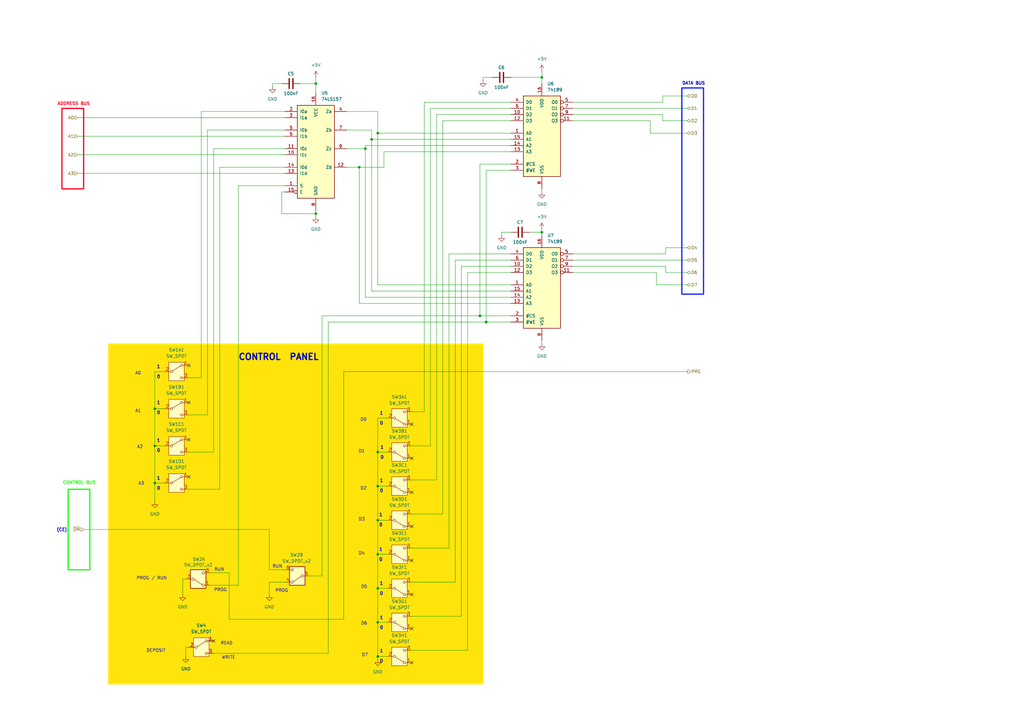
<source format=kicad_sch>
(kicad_sch (version 20231120) (generator "eeschema") (generator_version "8.0")
  (paper "A3")
  (title_block (title "ISAP-1 COMPUTER") (date "2024-11-27") (rev "Version 1") (comment 1 "by Linca Marius Gheorghe") (comment 3 "Memory Subsystem"))
  (lib_symbols
    (symbol "74xx:74LS157" (pin_names (offset 1.016))
      (property "Reference" "U" (at -7.62 19.05 0))
      (property "Value" "74LS157" (at -7.62 -21.59 0))
      (symbol "74LS157_1_0"
        (pin input line (at -12.7 -15.24 0) (length 5.08) (name "S") (number "1"))
        (pin input line (at -12.7 -2.54 0) (length 5.08) (name "I1c") (number "10"))
        (pin input line (at -12.7 0 0) (length 5.08) (name "I0c") (number "11"))
        (pin output line (at 12.7 -7.62 180) (length 5.08) (name "Zd") (number "12"))
        (pin input line (at -12.7 -10.16 0) (length 5.08) (name "I1d") (number "13"))
        (pin input line (at -12.7 -7.62 0) (length 5.08) (name "I0d") (number "14"))
        (pin input inverted (at -12.7 -17.78 0) (length 5.08) (name "E") (number "15"))
        (pin power_in line (at 0 22.86 270) (length 5.08) (name "VCC") (number "16"))
        (pin input line (at -12.7 15.24 0) (length 5.08) (name "I0a") (number "2"))
        (pin input line (at -12.7 12.7 0) (length 5.08) (name "I1a") (number "3"))
        (pin output line (at 12.7 15.24 180) (length 5.08) (name "Za") (number "4"))
        (pin input line (at -12.7 7.62 0) (length 5.08) (name "I0b") (number "5"))
        (pin input line (at -12.7 5.08 0) (length 5.08) (name "I1b") (number "6"))
        (pin output line (at 12.7 7.62 180) (length 5.08) (name "Zb") (number "7"))
        (pin power_in line (at 0 -25.4 90) (length 5.08) (name "GND") (number "8"))
        (pin output line (at 12.7 0 180) (length 5.08) (name "Zc") (number "9"))
      )
      (symbol "74LS157_1_1"
        (rectangle (start -7.62 17.78) (end 7.62 -20.32) (stroke (width 0.254)) (fill (type background)))
      )
    )
    (symbol "Device:C" (pin_numbers hide) (pin_names (offset 0.254))
      (property "Reference" "C" (at 0.635 2.54 0))
      (property "Value" "C" (at 0.635 -2.54 0))
      (symbol "C_0_1"
        (polyline (pts (xy -2.032 -0.762) (xy 2.032 -0.762)) (stroke (width 0.508)))
        (polyline (pts (xy -2.032 0.762) (xy 2.032 0.762)) (stroke (width 0.508)))
      )
      (symbol "C_1_1"
        (pin passive line (at 0 3.81 270) (length 2.794) (name "~") (number "1"))
        (pin passive line (at 0 -3.81 90) (length 2.794) (name "~") (number "2"))
      )
    )
    (symbol "Switch:SW_DPDT_x2" (pin_names (offset 0) hide)
      (property "Reference" "SW" (at 0 5.08 0))
      (property "Value" "SW_DPDT_x2" (at 0 -5.08 0))
      (symbol "SW_DPDT_x2_0_0"
        (circle (center -2.032 0) (radius 0.508))
        (circle (center 2.032 -2.54) (radius 0.508))
      )
      (symbol "SW_DPDT_x2_0_1"
        (rectangle (start -3.175 3.81) (end 3.175 -3.81) (stroke (width 0.254)) (fill (type background)))
        (polyline (pts (xy -1.524 0.254) (xy 1.5748 2.286)))
        (circle (center 2.032 2.54) (radius 0.508))
      )
      (symbol "SW_DPDT_x2_1_1"
        (pin passive line (at 5.08 2.54 180) (length 2.54) (name "A") (number "1"))
        (pin passive line (at -5.08 0 0) (length 2.54) (name "B") (number "2"))
        (pin passive line (at 5.08 -2.54 180) (length 2.54) (name "C") (number "3"))
      )
      (symbol "SW_DPDT_x2_2_1"
        (pin passive line (at 5.08 2.54 180) (length 2.54) (name "A") (number "4"))
        (pin passive line (at -5.08 0 0) (length 2.54) (name "B") (number "5"))
        (pin passive line (at 5.08 -2.54 180) (length 2.54) (name "C") (number "6"))
      )
    )
    (symbol "Switch:SW_SPDT" (pin_names (offset 0) hide)
      (property "Reference" "SW" (at 0 5.08 0))
      (property "Value" "SW_SPDT" (at 0 -5.08 0))
      (symbol "SW_SPDT_0_1"
        (circle (center -2.032 0) (radius 0.4572))
        (polyline (pts (xy -1.651 0.254) (xy 1.651 2.286)))
        (circle (center 2.032 -2.54) (radius 0.4572))
        (circle (center 2.032 2.54) (radius 0.4572))
      )
      (symbol "SW_SPDT_1_1"
        (rectangle (start -3.175 3.81) (end 3.175 -3.81) (fill (type background)))
        (pin passive line (at 5.08 2.54 180) (length 2.54) (name "A") (number "1"))
        (pin passive line (at -5.08 0 0) (length 2.54) (name "B") (number "2"))
        (pin passive line (at 5.08 -2.54 180) (length 2.54) (name "C") (number "3"))
      )
    )
    (symbol "TTL_Local:74189" (pin_names (offset 1.016))
      (property "Reference" "U" (at -7.62 16.51 0))
      (property "Value" "74189" (at -7.62 -19.05 0))
      (symbol "74189_1_0"
        (pin input line (at -12.7 0 0) (length 5.08) (name "A0") (number "1"))
        (pin input line (at -12.7 7.62 0) (length 5.08) (name "D2") (number "10"))
        (pin output inverted (at 12.7 5.08 180) (length 5.08) (name "O3") (number "11"))
        (pin input line (at -12.7 5.08 0) (length 5.08) (name "D3") (number "12"))
        (pin input line (at -12.7 -7.62 0) (length 5.08) (name "A3") (number "13"))
        (pin input line (at -12.7 -5.08 0) (length 5.08) (name "A2") (number "14"))
        (pin input line (at -12.7 -2.54 0) (length 5.08) (name "A1") (number "15"))
        (pin power_in line (at 0 20.32 270) (length 5.08) (name "VDD") (number "16"))
        (pin input line (at -12.7 -12.7 0) (length 5.08) (name "#CS") (number "2"))
        (pin input line (at -12.7 -15.24 0) (length 5.08) (name "#WE") (number "3"))
        (pin input line (at -12.7 12.7 0) (length 5.08) (name "D0") (number "4"))
        (pin output inverted (at 12.7 12.7 180) (length 5.08) (name "O0") (number "5"))
        (pin input line (at -12.7 10.16 0) (length 5.08) (name "D1") (number "6"))
        (pin output inverted (at 12.7 10.16 180) (length 5.08) (name "O1") (number "7"))
        (pin power_in line (at 0 -22.86 90) (length 5.08) (name "VSS") (number "8"))
        (pin output inverted (at 12.7 7.62 180) (length 5.08) (name "O2") (number "9"))
      )
      (symbol "74189_1_1"
        (rectangle (start -7.62 15.24) (end 7.62 -17.78) (stroke (width 0.254)) (fill (type background)))
      )
    )
    (symbol "power:+5V" (power) (pin_numbers hide) (pin_names (offset 0) hide)
      (property "Value" "+5V" (at 0 3.556 0))
      (symbol "+5V_0_1"
        (polyline (pts (xy -0.762 1.27) (xy 0 2.54)))
        (polyline (pts (xy 0 0) (xy 0 2.54)))
        (polyline (pts (xy 0 2.54) (xy 0.762 1.27)))
      )
      (symbol "+5V_1_1"
        (pin power_in line (at 0 0 90) (length 0) (name "~") (number "1"))
      )
    )
    (symbol "power:GND" (power) (pin_numbers hide) (pin_names (offset 0) hide)
      (property "Value" "GND" (at 0 -3.81 0))
      (symbol "GND_0_1"
        (polyline (pts (xy 0 0) (xy 0 -1.27) (xy 1.27 -1.27) (xy 0 -2.54) (xy -1.27 -1.27) (xy 0 -1.27)))
      )
      (symbol "GND_1_1"
        (pin power_in line (at 0 0 270) (length 0) (name "~") (number "1"))
      )
    )
  )
  (junction (at 154.94 185.42))
  (junction (at 129.54 87.63))
  (junction (at 154.94 269.24))
  (junction (at 154.94 255.27))
  (junction (at 154.94 213.36))
  (junction (at 63.5 167.64))
  (junction (at 154.94 227.33))
  (junction (at 152.4 57.15))
  (junction (at 196.85 129.54))
  (junction (at 154.94 54.61))
  (junction (at 154.94 199.39))
  (junction (at 199.39 132.08))
  (junction (at 222.25 31.75))
  (junction (at 222.25 95.25))
  (junction (at 154.94 241.3))
  (junction (at 63.5 182.88))
  (junction (at 149.86 60.96))
  (junction (at 63.5 198.12))
  (junction (at 129.54 34.29))
  (junction (at 147.32 68.58))
  (no_connect (at 168.91 243.84))
  (no_connect (at 168.91 215.9))
  (no_connect (at 168.91 187.96))
  (no_connect (at 168.91 173.99))
  (no_connect (at 168.91 229.87))
  (no_connect (at 77.47 180.34))
  (no_connect (at 77.47 149.86))
  (no_connect (at 168.91 257.81))
  (no_connect (at 168.91 271.78))
  (no_connect (at 77.47 165.1))
  (no_connect (at 77.47 195.58))
  (no_connect (at 168.91 201.93))
  (no_connect (at 87.63 262.89))
  (wire (pts (xy 191.77 111.76) (xy 191.77 266.7)))
  (wire (pts (xy 154.94 213.36) (xy 154.94 227.33)))
  (wire (pts (xy 209.55 49.53) (xy 181.61 49.53)))
  (wire (pts (xy 77.47 185.42) (xy 87.63 185.42)))
  (wire (pts (xy 157.48 62.23) (xy 157.48 68.58)))
  (wire (pts (xy 87.63 60.96) (xy 87.63 185.42)))
  (wire (pts (xy 115.57 78.74) (xy 115.57 87.63)))
  (wire (pts (xy 201.93 31.75) (xy 198.12 31.75)))
  (wire (pts (xy 271.78 49.53) (xy 281.94 49.53)))
  (wire (pts (xy 234.95 104.14) (xy 273.05 104.14)))
  (wire (pts (xy 116.84 78.74) (xy 115.57 78.74)))
  (wire (pts (xy 149.86 121.92) (xy 149.86 60.96)))
  (wire (pts (xy 168.91 182.88) (xy 176.53 182.88)))
  (wire (pts (xy 67.31 167.64) (xy 63.5 167.64)))
  (wire (pts (xy 85.09 53.34) (xy 116.84 53.34)))
  (wire (pts (xy 209.55 111.76) (xy 191.77 111.76)))
  (wire (pts (xy 129.54 87.63) (xy 129.54 88.9)))
  (wire (pts (xy 158.75 241.3) (xy 154.94 241.3)))
  (wire (pts (xy 152.4 119.38) (xy 152.4 57.15)))
  (wire (pts (xy 234.95 49.53) (xy 266.7 49.53)))
  (wire (pts (xy 147.32 68.58) (xy 142.24 68.58)))
  (wire (pts (xy 63.5 198.12) (xy 67.31 198.12)))
  (wire (pts (xy 271.78 46.99) (xy 271.78 49.53)))
  (wire (pts (xy 63.5 182.88) (xy 67.31 182.88)))
  (wire (pts (xy 217.17 95.25) (xy 222.25 95.25)))
  (wire (pts (xy 234.95 106.68) (xy 281.94 106.68)))
  (wire (pts (xy 31.75 48.26) (xy 116.84 48.26)))
  (wire (pts (xy 209.55 31.75) (xy 222.25 31.75)))
  (wire (pts (xy 186.69 106.68) (xy 186.69 238.76)))
  (wire (pts (xy 154.94 227.33) (xy 154.94 241.3)))
  (wire (pts (xy 273.05 104.14) (xy 273.05 101.6)))
  (wire (pts (xy 63.5 167.64) (xy 63.5 182.88)))
  (wire (pts (xy 271.78 41.91) (xy 234.95 41.91)))
  (wire (pts (xy 152.4 53.34) (xy 142.24 53.34)))
  (wire (pts (xy 97.79 76.2) (xy 116.84 76.2)))
  (wire (pts (xy 154.94 269.24) (xy 154.94 270.51)))
  (wire (pts (xy 222.25 77.47) (xy 222.25 78.74)))
  (wire (pts (xy 93.98 234.95) (xy 86.36 234.95)))
  (wire (pts (xy 110.49 233.68) (xy 116.84 233.68)))
  (wire (pts (xy 222.25 31.75) (xy 222.25 34.29)))
  (wire (pts (xy 168.91 196.85) (xy 179.07 196.85)))
  (wire (pts (xy 140.97 152.4) (xy 140.97 254)))
  (wire (pts (xy 281.94 152.4) (xy 140.97 152.4)))
  (wire (pts (xy 209.55 62.23) (xy 157.48 62.23)))
  (wire (pts (xy 266.7 54.61) (xy 266.7 49.53)))
  (wire (pts (xy 158.75 255.27) (xy 154.94 255.27)))
  (wire (pts (xy 271.78 39.37) (xy 271.78 41.91)))
  (wire (pts (xy 209.55 59.69) (xy 149.86 59.69)))
  (wire (pts (xy 269.24 116.84) (xy 269.24 111.76)))
  (wire (pts (xy 86.36 240.03) (xy 97.79 240.03)))
  (wire (pts (xy 222.25 139.7) (xy 222.25 140.97)))
  (wire (pts (xy 271.78 39.37) (xy 281.94 39.37)))
  (wire (pts (xy 110.49 217.17) (xy 110.49 233.68)))
  (wire (pts (xy 63.5 198.12) (xy 63.5 205.74)))
  (wire (pts (xy 77.47 154.94) (xy 82.55 154.94)))
  (wire (pts (xy 31.75 55.88) (xy 116.84 55.88)))
  (wire (pts (xy 67.31 152.4) (xy 63.5 152.4)))
  (wire (pts (xy 234.95 111.76) (xy 269.24 111.76)))
  (wire (pts (xy 209.55 95.25) (xy 205.74 95.25)))
  (wire (pts (xy 199.39 132.08) (xy 209.55 132.08)))
  (wire (pts (xy 158.75 171.45) (xy 154.94 171.45)))
  (wire (pts (xy 87.63 60.96) (xy 116.84 60.96)))
  (wire (pts (xy 209.55 54.61) (xy 154.94 54.61)))
  (wire (pts (xy 77.47 200.66) (xy 90.17 200.66)))
  (wire (pts (xy 199.39 69.85) (xy 199.39 132.08)))
  (wire (pts (xy 209.55 121.92) (xy 149.86 121.92)))
  (wire (pts (xy 110.49 238.76) (xy 116.84 238.76)))
  (wire (pts (xy 90.17 68.58) (xy 90.17 200.66)))
  (wire (pts (xy 184.15 104.14) (xy 184.15 224.79)))
  (wire (pts (xy 154.94 199.39) (xy 154.94 213.36)))
  (wire (pts (xy 189.23 109.22) (xy 189.23 252.73)))
  (wire (pts (xy 140.97 254) (xy 93.98 254)))
  (wire (pts (xy 176.53 44.45) (xy 176.53 182.88)))
  (wire (pts (xy 152.4 57.15) (xy 152.4 53.34)))
  (wire (pts (xy 273.05 111.76) (xy 273.05 109.22)))
  (wire (pts (xy 209.55 41.91) (xy 173.99 41.91)))
  (wire (pts (xy 129.54 34.29) (xy 129.54 38.1)))
  (wire (pts (xy 179.07 46.99) (xy 179.07 196.85)))
  (wire (pts (xy 132.08 236.22) (xy 132.08 129.54)))
  (wire (pts (xy 222.25 95.25) (xy 222.25 96.52)))
  (wire (pts (xy 63.5 182.88) (xy 63.5 198.12)))
  (wire (pts (xy 90.17 68.58) (xy 116.84 68.58)))
  (wire (pts (xy 115.57 34.29) (xy 111.76 34.29)))
  (wire (pts (xy 154.94 241.3) (xy 154.94 255.27)))
  (wire (pts (xy 85.09 53.34) (xy 85.09 170.18)))
  (wire (pts (xy 209.55 67.31) (xy 196.85 67.31)))
  (wire (pts (xy 123.19 34.29) (xy 129.54 34.29)))
  (wire (pts (xy 111.76 34.29) (xy 111.76 35.56)))
  (wire (pts (xy 209.55 106.68) (xy 186.69 106.68)))
  (wire (pts (xy 205.74 95.25) (xy 205.74 96.52)))
  (wire (pts (xy 63.5 152.4) (xy 63.5 167.64)))
  (wire (pts (xy 168.91 224.79) (xy 184.15 224.79)))
  (wire (pts (xy 154.94 45.72) (xy 142.24 45.72)))
  (wire (pts (xy 173.99 41.91) (xy 173.99 168.91)))
  (wire (pts (xy 196.85 67.31) (xy 196.85 129.54)))
  (wire (pts (xy 154.94 227.33) (xy 158.75 227.33)))
  (wire (pts (xy 77.47 265.43) (xy 76.2 265.43)))
  (wire (pts (xy 209.55 69.85) (xy 199.39 69.85)))
  (wire (pts (xy 196.85 129.54) (xy 209.55 129.54)))
  (wire (pts (xy 234.95 44.45) (xy 281.94 44.45)))
  (wire (pts (xy 234.95 109.22) (xy 273.05 109.22)))
  (wire (pts (xy 97.79 76.2) (xy 97.79 240.03)))
  (wire (pts (xy 76.2 265.43) (xy 76.2 269.24)))
  (wire (pts (xy 74.93 237.49) (xy 74.93 243.84)))
  (wire (pts (xy 134.62 267.97) (xy 134.62 132.08)))
  (wire (pts (xy 157.48 68.58) (xy 147.32 68.58)))
  (wire (pts (xy 31.75 71.12) (xy 116.84 71.12)))
  (wire (pts (xy 209.55 109.22) (xy 189.23 109.22)))
  (wire (pts (xy 85.09 170.18) (xy 77.47 170.18)))
  (wire (pts (xy 129.54 31.75) (xy 129.54 34.29)))
  (wire (pts (xy 74.93 237.49) (xy 76.2 237.49)))
  (wire (pts (xy 281.94 54.61) (xy 266.7 54.61)))
  (wire (pts (xy 31.75 63.5) (xy 116.84 63.5)))
  (wire (pts (xy 115.57 87.63) (xy 129.54 87.63)))
  (wire (pts (xy 168.91 238.76) (xy 186.69 238.76)))
  (wire (pts (xy 154.94 116.84) (xy 154.94 54.61)))
  (wire (pts (xy 154.94 54.61) (xy 154.94 45.72)))
  (wire (pts (xy 149.86 59.69) (xy 149.86 60.96)))
  (wire (pts (xy 168.91 210.82) (xy 181.61 210.82)))
  (wire (pts (xy 154.94 255.27) (xy 154.94 269.24)))
  (wire (pts (xy 209.55 57.15) (xy 152.4 57.15)))
  (wire (pts (xy 110.49 238.76) (xy 110.49 243.84)))
  (wire (pts (xy 93.98 254) (xy 93.98 234.95)))
  (wire (pts (xy 154.94 185.42) (xy 154.94 199.39)))
  (wire (pts (xy 82.55 45.72) (xy 82.55 154.94)))
  (wire (pts (xy 147.32 124.46) (xy 147.32 68.58)))
  (wire (pts (xy 154.94 185.42) (xy 158.75 185.42)))
  (wire (pts (xy 209.55 44.45) (xy 176.53 44.45)))
  (wire (pts (xy 134.62 132.08) (xy 199.39 132.08)))
  (wire (pts (xy 127 236.22) (xy 132.08 236.22)))
  (wire (pts (xy 142.24 60.96) (xy 149.86 60.96)))
  (wire (pts (xy 234.95 46.99) (xy 271.78 46.99)))
  (wire (pts (xy 222.25 93.98) (xy 222.25 95.25)))
  (wire (pts (xy 181.61 49.53) (xy 181.61 210.82)))
  (wire (pts (xy 154.94 213.36) (xy 158.75 213.36)))
  (wire (pts (xy 209.55 116.84) (xy 154.94 116.84)))
  (wire (pts (xy 281.94 116.84) (xy 269.24 116.84)))
  (wire (pts (xy 158.75 269.24) (xy 154.94 269.24)))
  (wire (pts (xy 168.91 168.91) (xy 173.99 168.91)))
  (wire (pts (xy 87.63 267.97) (xy 134.62 267.97)))
  (wire (pts (xy 222.25 29.21) (xy 222.25 31.75)))
  (wire (pts (xy 154.94 199.39) (xy 158.75 199.39)))
  (wire (pts (xy 209.55 104.14) (xy 184.15 104.14)))
  (wire (pts (xy 168.91 266.7) (xy 191.77 266.7)))
  (wire (pts (xy 168.91 252.73) (xy 189.23 252.73)))
  (wire (pts (xy 281.94 111.76) (xy 273.05 111.76)))
  (wire (pts (xy 129.54 86.36) (xy 129.54 87.63)))
  (wire (pts (xy 34.29 217.17) (xy 110.49 217.17)))
  (wire (pts (xy 209.55 119.38) (xy 152.4 119.38)))
  (wire (pts (xy 209.55 124.46) (xy 147.32 124.46)))
  (wire (pts (xy 154.94 171.45) (xy 154.94 185.42)))
  (wire (pts (xy 198.12 31.75) (xy 198.12 33.02)))
  (wire (pts (xy 132.08 129.54) (xy 196.85 129.54)))
  (wire (pts (xy 273.05 101.6) (xy 281.94 101.6)))
  (wire (pts (xy 209.55 46.99) (xy 179.07 46.99)))
  (wire (pts (xy 116.84 45.72) (xy 82.55 45.72)))
  (rectangle (start 44.45 140.97) (end 198.12 280.67) (stroke (width 0) (color 255 227 13 1)) (fill (type color) (color 255 228 12 1)))
  (rectangle (start 25.4 44.45) (end 34.29 77.47) (stroke (width 0.508) (color 255 2 34 1)))
  (rectangle (start 279.654 36.068) (end 288.544 120.65) (stroke (width 0.508) (color 21 31 255 1)))
  (rectangle (start 27.94 200.66) (end 36.83 233.68) (stroke (width 0.508) (color 21 255 12 1)))
  (text "1\n\n0" (at 156.464 199.39 0) (effects (font (size 1.27 1.27) (thickness 0.254) (bold yes))))
  (text "1\n\n0" (at 156.21 227.584 0) (effects (font (size 1.27 1.27) (thickness 0.254) (bold yes))))
  (text "PROG / RUN" (at 62.23 237.236 0) (effects (font (size 1.27 1.27))))
  (text "READ" (at 92.964 263.906 0) (effects (font (size 1.27 1.27))))
  (text "A0" (at 56.642 153.162 0) (effects (font (size 1.27 1.27))))
  (text "PROG" (at 115.57 242.316 0) (effects (font (size 1.27 1.27))))
  (text "1\n\n0" (at 156.21 213.36 0) (effects (font (size 1.27 1.27) (thickness 0.254) (bold yes))))
  (text "RUN" (at 113.792 232.41 0) (effects (font (size 1.27 1.27))))
  (text "D2" (at 149.098 200.406 0) (effects (font (size 1.27 1.27))))
  (text "PROG" (at 90.424 242.062 0) (effects (font (size 1.27 1.27))))
  (text "ADDRESS BUS" (at 30.226 42.672 0) (effects (font (size 1.27 1.27) (thickness 0.254) (bold yes))))
  (text "1\n\n0" (at 156.464 255.524 0) (effects (font (size 1.27 1.27) (thickness 0.254) (bold yes))))
  (text "D1" (at 148.336 185.166 0) (effects (font (size 1.27 1.27))))
  (text "D3" (at 148.336 213.106 0) (effects (font (size 1.27 1.27))))
  (text "A3" (at 57.912 198.374 0) (effects (font (size 1.27 1.27))))
  (text "D0" (at 149.098 172.212 0) (effects (font (size 1.27 1.27))))
  (text "CONTROL  PANEL" (at 114.3 146.558 0) (effects (font (size 2.54 2.54) (thickness 0.508) (bold yes))))
  (text "D4" (at 148.336 227.076 0) (effects (font (size 1.27 1.27))))
  (text "WRITE" (at 93.726 269.748 0) (effects (font (size 1.27 1.27))))
  (text "1\n\n0" (at 65.024 198.374 0) (effects (font (size 1.27 1.27) (thickness 0.254) (bold yes))))
  (text "DEPOSIT" (at 64.008 266.954 0) (effects (font (size 1.27 1.27))))
  (text "A2" (at 57.404 183.388 0) (effects (font (size 1.27 1.27))))
  (text "1\n\n0" (at 65.024 167.386 0) (effects (font (size 1.27 1.27) (thickness 0.254) (bold yes))))
  (text "1\n\n0" (at 156.464 269.24 0) (effects (font (size 1.27 1.27) (thickness 0.254) (bold yes))))
  (text "1\n\n0" (at 156.464 241.554 0) (effects (font (size 1.27 1.27) (thickness 0.254) (bold yes))))
  (text "D6" (at 149.352 255.778 0) (effects (font (size 1.27 1.27))))
  (text "A1" (at 56.642 168.656 0) (effects (font (size 1.27 1.27))))
  (text "1\n\n0" (at 65.024 182.88 0) (effects (font (size 1.27 1.27) (thickness 0.254) (bold yes))))
  (text "DATA BUS" (at 284.48 34.29 0) (effects (font (size 1.27 1.27) (thickness 0.254) (bold yes))))
  (text "1\n\n0" (at 156.718 185.674 0) (effects (font (size 1.27 1.27) (thickness 0.254) (bold yes))))
  (text "D5" (at 149.352 240.792 0) (effects (font (size 1.27 1.27))))
  (text "RUN" (at 89.916 233.68 0) (effects (font (size 1.27 1.27))))
  (text "1\n\n0" (at 65.024 152.654 0) (effects (font (size 1.27 1.27) (thickness 0.254) (bold yes))))
  (text "(CE)" (at 25.4 217.424 0) (effects (font (size 1.27 1.27) (thickness 0.254) (bold yes))))
  (text "D7" (at 149.606 268.732 0) (effects (font (size 1.27 1.27))))
  (text "1\n\n0" (at 156.464 171.704 0) (effects (font (size 1.27 1.27) (thickness 0.254) (bold yes))))
  (text "CONTROL BUS" (at 32.512 198.12 0) (effects (font (size 1.27 1.27) (thickness 0.254) (bold yes))))
  (hierarchical_label "D7" (shape tri_state) (at 281.94 116.84 0))
  (hierarchical_label "D6" (shape tri_state) (at 281.94 111.76 0))
  (hierarchical_label "A3" (shape input) (at 31.75 71.12 180))
  (hierarchical_label "D0" (shape tri_state) (at 281.94 39.37 0))
  (hierarchical_label "PRG" (shape output) (at 281.94 152.4 0))
  (hierarchical_label "D3" (shape tri_state) (at 281.94 54.61 0))
  (hierarchical_label "~{DM}" (shape input) (at 34.29 217.17 180))
  (hierarchical_label "D1" (shape tri_state) (at 281.94 44.45 0))
  (hierarchical_label "D5" (shape tri_state) (at 281.94 106.68 0))
  (hierarchical_label "A1" (shape input) (at 31.75 55.88 180))
  (hierarchical_label "A2" (shape input) (at 31.75 63.5 180))
  (hierarchical_label "D4" (shape tri_state) (at 281.94 101.6 0))
  (hierarchical_label "A0" (shape input) (at 31.75 48.26 180))
  (hierarchical_label "D2" (shape tri_state) (at 281.94 49.53 0))
  (symbol (lib_id "power:+5V") (at 222.25 93.98 0) (unit 1)
    (property "Reference" "#PWR017" (effects (hide yes)))
    (property "Value" "+5V" (at 222.25 88.9 0))
    (property "Description" "Power symbol creates a global label with name \"+5V\"" (effects (hide yes)))
  )
  (symbol (lib_id "74xx:74LS157") (at 129.54 60.96 0) (unit 1)
    (property "Reference" "U5" (at 131.7341 38.1 0) (effects (justify left)))
    (property "Value" "74LS157" (at 131.7341 40.64 0) (effects (justify left)))
    (property "Footprint" "Package_DIP:DIP-16_W7.62mm_LongPads" (effects (hide yes)))
    (property "Datasheet" "http://www.ti.com/lit/gpn/sn74LS157" (effects (hide yes)))
    (property "Description" "Quad 2 to 1 line Multiplexer" (effects (hide yes)))
  )
  (symbol (lib_id "power:GND") (at 129.54 88.9 0) (unit 1)
    (property "Reference" "#PWR012" (effects (hide yes)))
    (property "Value" "GND" (at 129.54 93.98 0))
    (property "Description" "Power symbol creates a global label with name \"GND\" , ground" (effects (hide yes)))
  )
  (symbol (lib_id "power:GND") (at 198.12 33.02 0) (unit 1)
    (property "Reference" "#PWR0124" (effects (hide yes)))
    (property "Value" "GND" (at 198.12 38.1 0))
    (property "Description" "Power symbol creates a global label with name \"GND\" , ground" (effects (hide yes)))
  )
  (symbol (lib_id "power:+5V") (at 129.54 31.75 0) (unit 1)
    (property "Reference" "#PWR011" (effects (hide yes)))
    (property "Value" "+5V" (at 129.54 26.67 0))
    (property "Description" "Power symbol creates a global label with name \"+5V\"" (effects (hide yes)))
  )
  (symbol (lib_id "Switch:SW_SPDT") (at 163.83 241.3 0) (mirror x) (unit 1)
    (property "Reference" "SW3F1" (at 163.83 232.664 0))
    (property "Value" "SW_SPDT" (at 163.83 235.204 0))
    (property "Footprint" "Button_Switch_THT:SW_Slide_SPDT_Straight_CK_OS102011MS2Q" (effects (hide yes)))
    (property "Description" "Switch, single pole double throw" (effects (hide yes)))
  )
  (symbol (lib_id "power:GND") (at 111.76 35.56 0) (unit 1)
    (property "Reference" "#PWR0122" (effects (hide yes)))
    (property "Value" "GND" (at 111.76 40.64 0))
    (property "Description" "Power symbol creates a global label with name \"GND\" , ground" (effects (hide yes)))
  )
  (symbol (lib_id "power:GND") (at 110.49 243.84 0) (unit 1)
    (property "Reference" "#PWR013" (effects (hide yes)))
    (property "Value" "GND" (at 110.49 248.92 0))
    (property "Description" "Power symbol creates a global label with name \"GND\" , ground" (effects (hide yes)))
  )
  (symbol (lib_id "power:GND") (at 74.93 243.84 0) (unit 1)
    (property "Reference" "#PWR0116" (effects (hide yes)))
    (property "Value" "GND" (at 74.93 248.92 0))
    (property "Description" "Power symbol creates a global label with name \"GND\" , ground" (effects (hide yes)))
  )
  (symbol (lib_id "Device:C") (at 205.74 31.75 90) (unit 1)
    (property "Reference" "C6" (at 207.01 27.686 90) (effects (justify left)))
    (property "Value" "100nF" (at 208.788 35.814 90) (effects (justify left)))
    (property "Footprint" "Capacitor_THT:C_Disc_D5.0mm_W2.5mm_P5.00mm" (effects (hide yes)))
    (property "Description" "Unpolarized capacitor" (effects (hide yes)))
  )
  (symbol (lib_id "Switch:SW_SPDT") (at 72.39 167.64 0) (unit 1)
    (property "Reference" "SW1B1" (at 72.39 158.75 0))
    (property "Value" "SW_SPDT" (at 72.39 161.29 0))
    (property "Footprint" "Button_Switch_THT:SW_Slide_SPDT_Straight_CK_OS102011MS2Q" (effects (hide yes)))
    (property "Description" "Switch, single pole double throw" (effects (hide yes)))
  )
  (symbol (lib_id "Switch:SW_SPDT") (at 163.83 171.45 0) (mirror x) (unit 1)
    (property "Reference" "SW3A1" (at 163.83 162.814 0))
    (property "Value" "SW_SPDT" (at 163.83 165.354 0))
    (property "Footprint" "Button_Switch_THT:SW_Slide_SPDT_Straight_CK_OS102011MS2Q" (effects (hide yes)))
    (property "Description" "Switch, single pole double throw" (effects (hide yes)))
  )
  (symbol (lib_id "Switch:SW_DPDT_x2") (at 121.92 236.22 180) (unit 2)
    (property "Reference" "SW2" (at 121.666 227.584 0))
    (property "Value" "SW_DPDT_x2" (at 121.666 230.124 0))
    (property "Footprint" "Button_Switch_THT:SW_CK_JS202011CQN_DPDT_Straight" (effects (hide yes)))
    (property "Description" "Switch, dual pole double throw, separate symbols" (effects (hide yes)))
  )
  (symbol (lib_id "power:GND") (at 205.74 96.52 0) (unit 1)
    (property "Reference" "#PWR0125" (effects (hide yes)))
    (property "Value" "GND" (at 205.74 101.6 0))
    (property "Description" "Power symbol creates a global label with name \"GND\" , ground" (effects (hide yes)))
  )
  (symbol (lib_id "Device:C") (at 213.36 95.25 90) (unit 1)
    (property "Reference" "C7" (at 214.63 91.186 90) (effects (justify left)))
    (property "Value" "100nF" (at 216.408 99.314 90) (effects (justify left)))
    (property "Footprint" "Capacitor_THT:C_Disc_D5.0mm_W2.5mm_P5.00mm" (effects (hide yes)))
    (property "Description" "Unpolarized capacitor" (effects (hide yes)))
  )
  (symbol (lib_id "Device:C") (at 119.38 34.29 90) (unit 1)
    (property "Reference" "C5" (at 120.65 30.226 90) (effects (justify left)))
    (property "Value" "100nF" (at 122.428 38.354 90) (effects (justify left)))
    (property "Footprint" "Capacitor_THT:C_Disc_D5.0mm_W2.5mm_P5.00mm" (effects (hide yes)))
    (property "Description" "Unpolarized capacitor" (effects (hide yes)))
  )
  (symbol (lib_id "power:GND") (at 222.25 140.97 0) (unit 1)
    (property "Reference" "#PWR018" (effects (hide yes)))
    (property "Value" "GND" (at 222.25 146.05 0))
    (property "Description" "Power symbol creates a global label with name \"GND\" , ground" (effects (hide yes)))
  )
  (symbol (lib_id "Switch:SW_SPDT") (at 72.39 182.88 0) (unit 1)
    (property "Reference" "SW1C1" (at 72.39 173.99 0))
    (property "Value" "SW_SPDT" (at 72.39 176.53 0))
    (property "Footprint" "Button_Switch_THT:SW_Slide_SPDT_Straight_CK_OS102011MS2Q" (effects (hide yes)))
    (property "Description" "Switch, single pole double throw" (effects (hide yes)))
  )
  (symbol (lib_id "power:GND") (at 76.2 269.24 0) (unit 1)
    (property "Reference" "#PWR019" (effects (hide yes)))
    (property "Value" "GND" (at 76.2 274.32 0))
    (property "Description" "Power symbol creates a global label with name \"GND\" , ground" (effects (hide yes)))
  )
  (symbol (lib_id "Switch:SW_DPDT_x2") (at 81.28 237.49 0) (mirror x) (unit 1)
    (property "Reference" "SW2" (at 81.534 229.362 0))
    (property "Value" "SW_DPDT_x2" (at 81.28 231.648 0))
    (property "Footprint" "Button_Switch_THT:SW_CK_JS202011CQN_DPDT_Straight" (effects (hide yes)))
    (property "Description" "Switch, dual pole double throw, separate symbols" (effects (hide yes)))
  )
  (symbol (lib_id "Switch:SW_SPDT") (at 72.39 152.4 0) (unit 1)
    (property "Reference" "SW1A1" (at 72.39 143.51 0))
    (property "Value" "SW_SPDT" (at 72.39 146.05 0))
    (property "Footprint" "Button_Switch_THT:SW_Slide_SPDT_Straight_CK_OS102011MS2Q" (effects (hide yes)))
    (property "Description" "Switch, single pole double throw" (effects (hide yes)))
  )
  (symbol (lib_id "TTL_Local:74189") (at 222.25 54.61 0) (unit 1)
    (property "Reference" "U6" (at 224.4441 34.29 0) (effects (justify left)))
    (property "Value" "74189" (at 224.4441 36.83 0) (effects (justify left)))
    (property "Footprint" "Package_DIP:DIP-16_W7.62mm_LongPads" (effects (hide yes)))
    (property "Datasheet" "http://www.intersil.com/content/dam/Intersil/documents/cd40/cd4017bms-22bms.pdf" (effects (hide yes)))
    (property "Description" "Johnson Counter ( 10 outputs )" (effects (hide yes)))
  )
  (symbol (lib_id "Switch:SW_SPDT") (at 163.83 227.33 0) (mirror x) (unit 1)
    (property "Reference" "SW3E1" (at 163.83 218.694 0))
    (property "Value" "SW_SPDT" (at 163.83 221.234 0))
    (property "Footprint" "Button_Switch_THT:SW_Slide_SPDT_Straight_CK_OS102011MS2Q" (effects (hide yes)))
    (property "Description" "Switch, single pole double throw" (effects (hide yes)))
  )
  (symbol (lib_id "power:GND") (at 63.5 205.74 0) (unit 1)
    (property "Reference" "#PWR010" (effects (hide yes)))
    (property "Value" "GND" (at 63.5 210.82 0))
    (property "Description" "Power symbol creates a global label with name \"GND\" , ground" (effects (hide yes)))
  )
  (symbol (lib_id "Switch:SW_SPDT") (at 163.83 199.39 0) (mirror x) (unit 1)
    (property "Reference" "SW3C1" (at 163.83 190.754 0))
    (property "Value" "SW_SPDT" (at 163.83 193.294 0))
    (property "Footprint" "Button_Switch_THT:SW_Slide_SPDT_Straight_CK_OS102011MS2Q" (effects (hide yes)))
    (property "Description" "Switch, single pole double throw" (effects (hide yes)))
  )
  (symbol (lib_id "power:GND") (at 222.25 78.74 0) (unit 1)
    (property "Reference" "#PWR015" (effects (hide yes)))
    (property "Value" "GND" (at 222.25 83.82 0))
    (property "Description" "Power symbol creates a global label with name \"GND\" , ground" (effects (hide yes)))
  )
  (symbol (lib_id "Switch:SW_SPDT") (at 163.83 213.36 0) (mirror x) (unit 1)
    (property "Reference" "SW3D1" (at 163.83 204.724 0))
    (property "Value" "SW_SPDT" (at 163.83 207.264 0))
    (property "Footprint" "Button_Switch_THT:SW_Slide_SPDT_Straight_CK_OS102011MS2Q" (effects (hide yes)))
    (property "Description" "Switch, single pole double throw" (effects (hide yes)))
  )
  (symbol (lib_id "Switch:SW_SPDT") (at 82.55 265.43 0) (unit 1)
    (property "Reference" "SW4" (at 82.55 256.54 0))
    (property "Value" "SW_SPDT" (at 82.55 259.08 0))
    (property "Footprint" "Button_Switch_THT:SW_Slide_SPDT_Straight_CK_OS102011MS2Q" (effects (hide yes)))
    (property "Description" "Switch, single pole double throw" (effects (hide yes)))
  )
  (symbol (lib_id "Switch:SW_SPDT") (at 163.83 185.42 0) (mirror x) (unit 1)
    (property "Reference" "SW3B1" (at 163.83 176.784 0))
    (property "Value" "SW_SPDT" (at 163.83 179.324 0))
    (property "Footprint" "Button_Switch_THT:SW_Slide_SPDT_Straight_CK_OS102011MS2Q" (effects (hide yes)))
    (property "Description" "Switch, single pole double throw" (effects (hide yes)))
  )
  (symbol (lib_id "Switch:SW_SPDT") (at 163.83 255.27 0) (mirror x) (unit 1)
    (property "Reference" "SW3G1" (at 163.83 246.634 0))
    (property "Value" "SW_SPDT" (at 163.83 249.174 0))
    (property "Footprint" "Button_Switch_THT:SW_Slide_SPDT_Straight_CK_OS102011MS2Q" (effects (hide yes)))
    (property "Description" "Switch, single pole double throw" (effects (hide yes)))
  )
  (symbol (lib_id "Switch:SW_SPDT") (at 163.83 269.24 0) (mirror x) (unit 1)
    (property "Reference" "SW3H1" (at 163.83 260.604 0))
    (property "Value" "SW_SPDT" (at 163.83 263.144 0))
    (property "Footprint" "Button_Switch_THT:SW_Slide_SPDT_Straight_CK_OS102011MS2Q" (effects (hide yes)))
    (property "Description" "Switch, single pole double throw" (effects (hide yes)))
  )
  (symbol (lib_id "TTL_Local:74189") (at 222.25 116.84 0) (unit 1)
    (property "Reference" "U7" (at 224.4441 96.52 0) (effects (justify left)))
    (property "Value" "74189" (at 224.4441 99.06 0) (effects (justify left)))
    (property "Footprint" "Package_DIP:DIP-16_W7.62mm_LongPads" (effects (hide yes)))
    (property "Datasheet" "http://www.intersil.com/content/dam/Intersil/documents/cd40/cd4017bms-22bms.pdf" (effects (hide yes)))
    (property "Description" "Johnson Counter ( 10 outputs )" (effects (hide yes)))
  )
  (symbol (lib_id "power:+5V") (at 222.25 29.21 0) (unit 1)
    (property "Reference" "#PWR016" (effects (hide yes)))
    (property "Value" "+5V" (at 222.25 24.13 0))
    (property "Description" "Power symbol creates a global label with name \"+5V\"" (effects (hide yes)))
  )
  (symbol (lib_id "power:GND") (at 154.94 270.51 0) (unit 1)
    (property "Reference" "#PWR014" (effects (hide yes)))
    (property "Value" "GND" (at 154.94 275.59 0))
    (property "Description" "Power symbol creates a global label with name \"GND\" , ground" (effects (hide yes)))
  )
  (symbol (lib_id "Switch:SW_SPDT") (at 72.39 198.12 0) (unit 1)
    (property "Reference" "SW1D1" (at 72.39 189.23 0))
    (property "Value" "SW_SPDT" (at 72.39 191.77 0))
    (property "Footprint" "Button_Switch_THT:SW_Slide_SPDT_Straight_CK_OS102011MS2Q" (effects (hide yes)))
    (property "Description" "Switch, single pole double throw" (effects (hide yes)))
  )
)
</source>
